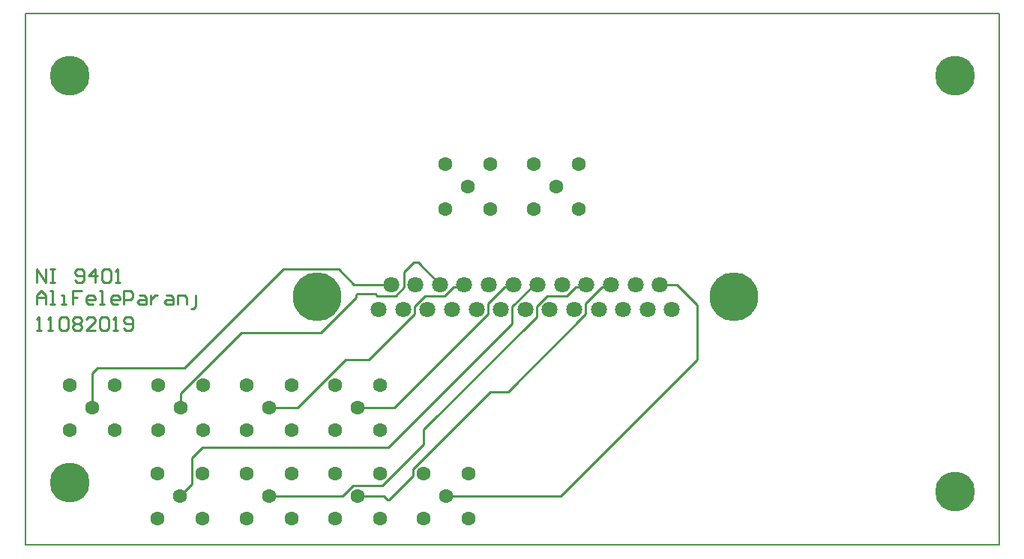
<source format=gtl>
G04*
G04 #@! TF.GenerationSoftware,Altium Limited,Altium Designer,19.1.5 (86)*
G04*
G04 Layer_Physical_Order=1*
G04 Layer_Color=255*
%FSLAX25Y25*%
%MOIN*%
G70*
G01*
G75*
%ADD10C,0.00787*%
%ADD11C,0.01000*%
%ADD16C,0.17717*%
%ADD17C,0.07087*%
%ADD18C,0.21654*%
%ADD19C,0.06299*%
D10*
X-0Y-0D02*
X433071D01*
X-0Y-236220D02*
Y-0D01*
Y-236220D02*
X433071D01*
Y-55118D02*
Y-0D01*
Y-236220D02*
Y-173228D01*
Y-55118D01*
D11*
X249142Y-128811D02*
X256404Y-121549D01*
X259251D01*
X260415Y-120384D01*
X249142Y-133673D02*
Y-128811D01*
X214658Y-168157D02*
X249142Y-133673D01*
X240676Y-125522D02*
X244649Y-121549D01*
X232161Y-125522D02*
X240676D01*
X206842Y-168157D02*
X214658D01*
X172358Y-202641D02*
X206842Y-168157D01*
X172358Y-205594D02*
Y-202641D01*
X161831Y-216121D02*
X172358Y-205594D01*
X161003Y-216121D02*
X161831D01*
X159449Y-214567D02*
X161003Y-216121D01*
X227408Y-130276D02*
X232161Y-125522D01*
X227408Y-134797D02*
Y-130276D01*
X177165Y-185039D02*
X227408Y-134797D01*
X216541Y-130276D02*
X226432Y-120384D01*
X216541Y-137790D02*
Y-130276D01*
X147638Y-214567D02*
X159449D01*
X244649Y-121549D02*
X248384D01*
X249548Y-120384D01*
X177165Y-191615D02*
Y-185039D01*
X158863Y-209917D02*
X177165Y-191615D01*
X145712Y-209917D02*
X158863D01*
X141062Y-214567D02*
X145712Y-209917D01*
X108268Y-214567D02*
X141062D01*
X161417Y-192913D02*
X216541Y-137790D01*
X226432Y-120384D02*
X227814D01*
X78740Y-192913D02*
X161417D01*
X205674Y-128972D02*
X213097Y-121549D01*
X205674Y-133673D02*
Y-128972D01*
X163993Y-175354D02*
X205674Y-133673D01*
X213097Y-121549D02*
X215782D01*
X147795Y-175354D02*
X163993D01*
X215782Y-121549D02*
X216947Y-120384D01*
X74248Y-197405D02*
X78740Y-192913D01*
X74248Y-209216D02*
Y-197405D01*
X68898Y-214567D02*
X74248Y-209216D01*
X186435Y-125427D02*
X190314Y-121549D01*
X177921Y-125427D02*
X186435D01*
X173073Y-130276D02*
X177921Y-125427D01*
X173073Y-133673D02*
Y-130276D01*
X152739Y-154007D02*
X173073Y-133673D01*
X190314Y-121549D02*
X194049D01*
X195213Y-120384D01*
X142567Y-154007D02*
X152739D01*
X121220Y-175354D02*
X142567Y-154007D01*
X108425Y-175354D02*
X121220D01*
X164701Y-125427D02*
X168436Y-121693D01*
X156502Y-125427D02*
X164701D01*
X155720Y-124646D02*
X156502Y-125427D01*
X147521Y-124646D02*
X155720D01*
X172814Y-110650D02*
X174612D01*
X184346Y-120384D01*
X168436Y-115029D02*
X172814Y-110650D01*
X168436Y-121693D02*
Y-115029D01*
X146935Y-125232D02*
X147521Y-124646D01*
X146935Y-126246D02*
Y-125232D01*
X131448Y-141732D02*
X146935Y-126246D01*
X96102Y-141732D02*
X131448D01*
X69055Y-168779D02*
X96102Y-141732D01*
X69055Y-175354D02*
Y-168779D01*
X29685Y-159877D02*
X32082Y-157480D01*
X29685Y-175354D02*
Y-159877D01*
X32082Y-157480D02*
X70866D01*
X114689Y-113657D01*
X139448D01*
X146175Y-120384D01*
X162612D01*
X282149D02*
X289676D01*
X298798Y-129507D01*
Y-153957D02*
Y-129507D01*
X238189Y-214567D02*
X298798Y-153957D01*
X187008Y-214567D02*
X238189D01*
X4937Y-119538D02*
Y-113540D01*
X8936Y-119538D01*
Y-113540D01*
X10935D02*
X12934D01*
X11935D01*
Y-119538D01*
X10935D01*
X12934D01*
X21932Y-118538D02*
X22931Y-119538D01*
X24930D01*
X25930Y-118538D01*
Y-114539D01*
X24930Y-113540D01*
X22931D01*
X21932Y-114539D01*
Y-115539D01*
X22931Y-116539D01*
X25930D01*
X30929Y-119538D02*
Y-113540D01*
X27930Y-116539D01*
X31928D01*
X33928Y-114539D02*
X34927Y-113540D01*
X36927D01*
X37926Y-114539D01*
Y-118538D01*
X36927Y-119538D01*
X34927D01*
X33928Y-118538D01*
Y-114539D01*
X39926Y-119538D02*
X41925D01*
X40925D01*
Y-113540D01*
X39926Y-114539D01*
X4937Y-129135D02*
Y-125137D01*
X6936Y-123137D01*
X8936Y-125137D01*
Y-129135D01*
Y-126136D01*
X4937D01*
X10935Y-129135D02*
X12934D01*
X11935D01*
Y-123137D01*
X10935D01*
X15933Y-129135D02*
X17933D01*
X16933D01*
Y-125137D01*
X15933D01*
X24930Y-123137D02*
X20932D01*
Y-126136D01*
X22931D01*
X20932D01*
Y-129135D01*
X29929D02*
X27930D01*
X26930Y-128136D01*
Y-126136D01*
X27930Y-125137D01*
X29929D01*
X30929Y-126136D01*
Y-127136D01*
X26930D01*
X32928Y-129135D02*
X34927D01*
X33928D01*
Y-123137D01*
X32928D01*
X40925Y-129135D02*
X38926D01*
X37926Y-128136D01*
Y-126136D01*
X38926Y-125137D01*
X40925D01*
X41925Y-126136D01*
Y-127136D01*
X37926D01*
X43924Y-129135D02*
Y-123137D01*
X46923D01*
X47923Y-124137D01*
Y-126136D01*
X46923Y-127136D01*
X43924D01*
X50922Y-125137D02*
X52921D01*
X53921Y-126136D01*
Y-129135D01*
X50922D01*
X49922Y-128136D01*
X50922Y-127136D01*
X53921D01*
X55920Y-125137D02*
Y-129135D01*
Y-127136D01*
X56920Y-126136D01*
X57920Y-125137D01*
X58920D01*
X62918D02*
X64918D01*
X65917Y-126136D01*
Y-129135D01*
X62918D01*
X61919Y-128136D01*
X62918Y-127136D01*
X65917D01*
X67917Y-129135D02*
Y-125137D01*
X70916D01*
X71915Y-126136D01*
Y-129135D01*
X73915Y-131135D02*
X74914D01*
X75914Y-130135D01*
Y-125137D01*
X4937Y-140732D02*
X6936D01*
X5937D01*
Y-134734D01*
X4937Y-135734D01*
X9935Y-140732D02*
X11935D01*
X10935D01*
Y-134734D01*
X9935Y-135734D01*
X14934D02*
X15933Y-134734D01*
X17933D01*
X18933Y-135734D01*
Y-139733D01*
X17933Y-140732D01*
X15933D01*
X14934Y-139733D01*
Y-135734D01*
X20932D02*
X21932Y-134734D01*
X23931D01*
X24930Y-135734D01*
Y-136734D01*
X23931Y-137733D01*
X24930Y-138733D01*
Y-139733D01*
X23931Y-140732D01*
X21932D01*
X20932Y-139733D01*
Y-138733D01*
X21932Y-137733D01*
X20932Y-136734D01*
Y-135734D01*
X21932Y-137733D02*
X23931D01*
X30929Y-140732D02*
X26930D01*
X30929Y-136734D01*
Y-135734D01*
X29929Y-134734D01*
X27930D01*
X26930Y-135734D01*
X32928D02*
X33928Y-134734D01*
X35927D01*
X36927Y-135734D01*
Y-139733D01*
X35927Y-140732D01*
X33928D01*
X32928Y-139733D01*
Y-135734D01*
X38926Y-140732D02*
X40925D01*
X39926D01*
Y-134734D01*
X38926Y-135734D01*
X43924Y-139733D02*
X44924Y-140732D01*
X46923D01*
X47923Y-139733D01*
Y-135734D01*
X46923Y-134734D01*
X44924D01*
X43924Y-135734D01*
Y-136734D01*
X44924Y-137733D01*
X47923D01*
D16*
X19685Y-208661D02*
D03*
Y-27559D02*
D03*
X413386Y-212598D02*
D03*
Y-27559D02*
D03*
D17*
X282149Y-120384D02*
D03*
X271282D02*
D03*
X260415D02*
D03*
X249548D02*
D03*
X238681D02*
D03*
X227814D02*
D03*
X216947D02*
D03*
X206080D02*
D03*
X195213D02*
D03*
X184346D02*
D03*
X173479D02*
D03*
X162612D02*
D03*
X287566Y-131584D02*
D03*
X276699D02*
D03*
X265832D02*
D03*
X254965D02*
D03*
X244098D02*
D03*
X233231D02*
D03*
X222364D02*
D03*
X211497D02*
D03*
X200630D02*
D03*
X189763D02*
D03*
X178896D02*
D03*
X168029D02*
D03*
X157162D02*
D03*
D18*
X129764Y-125984D02*
D03*
X314961D02*
D03*
D19*
X187008Y-214567D02*
D03*
X177008Y-204567D02*
D03*
Y-224567D02*
D03*
X197008D02*
D03*
Y-204567D02*
D03*
X147638Y-214567D02*
D03*
X137638Y-204567D02*
D03*
Y-224567D02*
D03*
X157638D02*
D03*
Y-204567D02*
D03*
X108268Y-214567D02*
D03*
X98268Y-204567D02*
D03*
Y-224567D02*
D03*
X118268D02*
D03*
Y-204567D02*
D03*
X68898Y-214567D02*
D03*
X58898Y-204567D02*
D03*
Y-224567D02*
D03*
X78898D02*
D03*
Y-204567D02*
D03*
X157795Y-165354D02*
D03*
Y-185354D02*
D03*
X137795D02*
D03*
Y-165354D02*
D03*
X147795Y-175354D02*
D03*
X118425Y-165354D02*
D03*
Y-185354D02*
D03*
X98425D02*
D03*
Y-165354D02*
D03*
X108425Y-175354D02*
D03*
X79055Y-165354D02*
D03*
Y-185354D02*
D03*
X59055D02*
D03*
Y-165354D02*
D03*
X69055Y-175354D02*
D03*
X39685Y-165354D02*
D03*
Y-185354D02*
D03*
X19685D02*
D03*
Y-165354D02*
D03*
X29685Y-175354D02*
D03*
X206850Y-66772D02*
D03*
Y-86772D02*
D03*
X186850D02*
D03*
Y-66772D02*
D03*
X196850Y-76772D02*
D03*
X246221Y-66772D02*
D03*
Y-86772D02*
D03*
X226221D02*
D03*
Y-66772D02*
D03*
X236221Y-76772D02*
D03*
M02*

</source>
